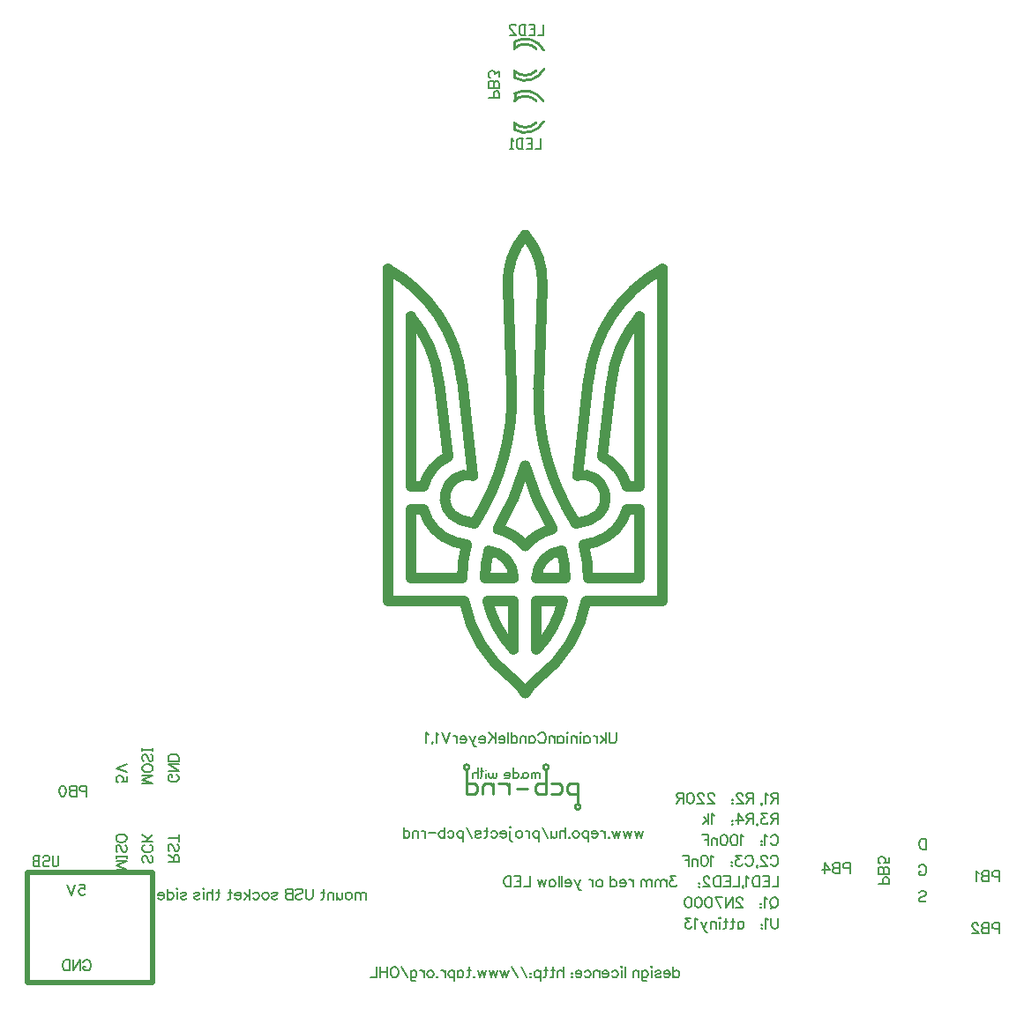
<source format=gbo>
G04 start of page 2 for group 12 layer_idx 5 *
G04 Title: (unknown), bottom_silk *
G04 Creator: pcb-rnd 3.1.4-dev *
G04 CreationDate: 2024-02-11 05:41:19 UTC *
G04 For: STEM4ukraine *
G04 Format: Gerber/RS-274X *
G04 PCB-Dimensions: 393701 393701 *
G04 PCB-Coordinate-Origin: lower left *
%MOIN*%
%FSLAX25Y25*%
%LNBOTTOM_SILK_NONE_12*%
%ADD60C,0.0070*%
%ADD59C,0.0200*%
%ADD58C,0.0100*%
%ADD57C,0.0400*%
G54D57*X177804Y175088D02*X172287Y176461D01*
X174723Y166850D02*X169932Y168115D01*
X173041Y154301D02*X153552D01*
Y180285D02*X158403D01*
X153552Y154301D02*Y180285D01*
X181702Y154301D02*X192529D01*
X215915Y175088D02*X221432Y176461D01*
X201190Y154301D02*X212017D01*
X153552Y188947D02*X158403D01*
X192529Y145640D02*Y127364D01*
X182655Y145640D02*X192529D01*
X201190D02*Y127364D01*
Y145640D02*X211064D01*
X144891D02*X173834Y145642D01*
G54D58*X178724Y73772D02*X177724Y72772D01*
X178724Y75772D02*X177724Y76772D01*
X178724Y75772D02*Y73772D01*
X174724Y76772D02*X177724D01*
G54D59*X56000Y43126D02*Y1394D01*
X8598Y43126D02*Y1394D01*
X56000D02*X8598D01*
Y43126D02*X56000D01*
G54D58*X174724Y72772D02*Y81772D01*
X177724Y72772D02*X174724D01*
X189724Y76772D02*X186724D01*
X190724Y75772D02*X189724Y76772D01*
X190724D02*Y72772D01*
X200724Y73772D02*X201724Y72772D01*
Y76772D02*X200724Y75772D01*
Y73772D02*Y75772D01*
X197724Y74772D02*X193724D01*
X213724Y76772D02*X212724Y75772D01*
X210724D02*X209724Y76772D01*
X210724Y75772D02*Y73772D01*
X213724Y72772D02*X212724Y73772D01*
X210724D02*X209724Y72772D01*
X212724Y75772D02*Y73772D01*
X213724Y72772D02*X216724D01*
Y76772D02*X213724D01*
X216724D02*Y68772D01*
X201724Y76772D02*X204724D01*
X209724D02*X206724D01*
X204724Y72772D02*X201724D01*
X209724D02*X206724D01*
X204724Y81772D02*Y72772D01*
X180724Y75772D02*X181724Y76772D01*
X180724Y75772D02*Y72772D01*
X183724Y76772D02*X181724D01*
X184724Y75772D02*X183724Y76772D01*
X184724D02*Y72772D01*
G54D57*X218996Y166850D02*X223786Y168115D01*
X216576Y193087D02*X220836Y229173D01*
X226112Y200193D02*X229426Y228183D01*
X240167Y253214D02*Y188947D01*
X248828Y271230D02*Y145640D01*
X190449Y264790D02*X191836Y226364D01*
X177142Y193087D02*X172883Y229173D01*
X167607Y200193D02*X164293Y228183D01*
X153552Y188947D02*Y253214D01*
X144891Y271230D02*Y145640D01*
X203270Y264790D02*X201883Y226364D01*
G54D58*X192845Y323899D02*Y326446D01*
Y343584D02*Y346131D01*
X192913Y337402D02*Y335039D01*
X192845Y357203D02*Y354656D01*
G54D57*X220678Y154301D02*X240167D01*
X235316Y180285D02*X240167D01*
X235316Y188947D02*X240167D01*
Y180285D02*Y154301D01*
X220678Y145640D02*X248828D01*
X220678Y154301D02*G75*G03X218996Y166850I-47638J0D01*G01*
X212017Y154301D02*G75*G03X210619Y164647I-38976J0D01*G01*
X181702Y154301D02*G75*G02X183100Y164647I38976J0D01*G01*
X192529Y154301D02*G75*G03X183084Y164651I-10394J0D01*G01*
X201190Y154301D02*G75*G02X210635Y164651I10394J0D01*G01*
X191917Y116325D02*G75*G02X173834Y145642I28761J37976D01*G01*
X192518Y127354D02*G75*G02X182675Y145644I28160J26947D01*G01*
X196853Y110731D02*G75*G03X191916Y116324I-15151J-8398D01*G01*
X201201Y127354D02*G75*G03X211043Y145644I-28160J26947D01*G01*
X196844Y166415D02*G75*G03X186552Y172837I-14709J-12113D01*G01*
X196875Y166415D02*G75*G02X207166Y172837I14709J-12113D01*G01*
X196866Y110731D02*G75*G02X201803Y116324I15151J-8398D01*G01*
X201801Y116325D02*G75*G03X219885Y145642I-28761J37976D01*G01*
G54D58*X205724Y82772D02*G75*G02X203724Y82772I-1000J0D01*G01*
G75*G02X205724Y82772I1000J0D01*G01*
X217724Y67772D02*G75*G02X215724Y67772I-1000J0D01*G01*
G75*G02X217724Y67772I1000J0D01*G01*
G54D57*X177770Y175110D02*G75*G03X191846Y226364I-76187J48482D01*G01*
X190449Y264790D02*G75*G02X196868Y284096I25899J2109D01*G01*
X203270Y264790D02*G75*G03X196851Y284096I-25899J2109D01*G01*
X186545Y172840D02*G75*G03X196868Y196850I-84961J50753D01*G01*
X207174Y172840D02*G75*G02X196850Y196850I84961J50753D01*G01*
X215948Y175110D02*G75*G02X201873Y226364I76187J48482D01*G01*
X240158Y253234D02*G75*G03X229441Y228181I34654J-29642D01*G01*
X235288Y188939D02*G75*G03X226110Y200184I-16775J-4323D01*G01*
X221432Y176461D02*G75*G03X216573Y193057I-2919J8155D01*G01*
X223786Y168115D02*G75*G03X235288Y180293I-5273J16501D01*G01*
X248828Y271230D02*G75*G03X220836Y229173I25984J-47638D01*G01*
G54D58*X192678Y334881D02*G75*G02X201022Y334881I4172J-4172D01*G01*
X192845Y337518D02*G75*G02X203660Y334714I4005J-6809D01*G01*
X192678Y354566D02*G75*G02X201022Y354566I4172J-4172D01*G01*
X201022Y346222D02*G75*G02X192678Y346222I-4172J4172D01*G01*
X193014Y357300D02*G75*G02X203916Y353927I3837J-6906D01*G01*
X203916Y346861D02*G75*G02X192845Y343584I-7066J3533D01*G01*
X201022Y326537D02*G75*G02X192678Y326537I-4172J4172D01*G01*
X203832Y327012D02*G75*G02X192845Y323899I-6982J3696D01*G01*
G54D57*X173041Y154301D02*G75*G02X174723Y166850I47638J0D01*G01*
G54D58*X175724Y82772D02*G75*G02X173724Y82772I-1000J0D01*G01*
G75*G02X175724Y82772I1000J0D01*G01*
G54D57*X169932Y168115D02*G75*G02X158431Y180293I5273J16501D01*G01*
X153561Y253234D02*G75*G02X164277Y228181I-34654J-29642D01*G01*
X158431Y188939D02*G75*G02X167609Y200184I16775J-4323D01*G01*
X144891Y271230D02*G75*G02X172883Y229173I-25984J-47638D01*G01*
X172287Y176461D02*G75*G02X177146Y193057I2919J8155D01*G01*
G54D60*X241339Y58691D02*X240578Y56025D01*
X239816Y58691D02*X240578Y56025D01*
X239816Y58691D02*X239053Y56025D01*
X238292Y58691D02*X239053Y56025D01*
X237092Y58691D02*X236331Y56025D01*
X235569Y58691D02*X236331Y56025D01*
X235569Y58691D02*X234806Y56025D01*
X234045Y58691D02*X234806Y56025D01*
X232845Y58691D02*X232084Y56025D01*
X231322Y58691D02*X232084Y56025D01*
X231322Y58691D02*X230559Y56025D01*
X229798Y58691D02*X230559Y56025D01*
X228408Y56324D02*X228598Y56133D01*
X228408Y55944D01*
X228218Y56133D01*
X228408Y56324D01*
X227018Y58691D02*Y56025D01*
Y57548D02*X226828Y58121D01*
X226446Y58501D01*
X226066Y58691D01*
X225494D01*
X224294Y57550D02*X222010D01*
Y57930D01*
X222200Y58311D01*
X222390Y58502D01*
X222771Y58691D01*
X223342D01*
X223724Y58502D01*
X224105Y58121D01*
X224294Y57550D01*
Y57168D01*
X224105Y56597D01*
X223724Y56216D01*
X223342Y56025D01*
X222771D01*
X222390Y56216D01*
X222010Y56597D01*
X220810Y58691D02*Y54691D01*
Y58121D02*X220429Y58501D01*
X220049Y58691D01*
X219477D01*
X219096Y58501D01*
X218715Y58121D01*
X218524Y57548D01*
Y57168D01*
X218715Y56596D01*
X219096Y56216D01*
X219477Y56025D01*
X220049D01*
X220429Y56216D01*
X220810Y56596D01*
X216372Y58691D02*X216754Y58502D01*
X217135Y58121D01*
X217324Y57550D01*
Y57168D01*
X217135Y56597D01*
X216754Y56216D01*
X216372Y56025D01*
X215801D01*
X215420Y56216D01*
X215040Y56597D01*
X214849Y57168D01*
Y57550D01*
X215040Y58121D01*
X215420Y58502D01*
X215801Y58691D01*
X216372D01*
X213459Y56324D02*X213649Y56133D01*
X213459Y55944D01*
X213269Y56133D01*
X213459Y56324D01*
X212069Y60024D02*Y56024D01*
Y57929D02*X211499Y58501D01*
X211117Y58691D01*
X210546D01*
X210165Y58501D01*
X209974Y57929D01*
Y56024D01*
X208774Y58691D02*Y56787D01*
X208584Y56216D01*
X208202Y56025D01*
X207631D01*
X207250Y56216D01*
X206679Y56787D01*
Y58691D02*Y56025D01*
X203228Y60024D02*X205479Y56024D01*
X202028Y58691D02*Y54691D01*
Y58121D02*X201647Y58501D01*
X201267Y58691D01*
X200695D01*
X200314Y58501D01*
X199933Y58121D01*
X199742Y57548D01*
Y57168D01*
X199933Y56596D01*
X200314Y56216D01*
X200695Y56025D01*
X201267D01*
X201647Y56216D01*
X202028Y56596D01*
X198542Y58691D02*Y56025D01*
Y57548D02*X198352Y58121D01*
X197970Y58501D01*
X197590Y58691D01*
X197018D01*
X194866D02*X195248Y58502D01*
X195629Y58121D01*
X195818Y57550D01*
Y57168D01*
X195629Y56597D01*
X195248Y56216D01*
X194866Y56025D01*
X194295D01*
X193914Y56216D01*
X193534Y56597D01*
X193343Y57168D01*
Y57550D01*
X193534Y58121D01*
X193914Y58502D01*
X194295Y58691D01*
X194866D01*
X191191Y58700D02*Y55463D01*
X191382Y54891D01*
X191763Y54701D01*
X192143D01*
X191382Y60034D02*X191191Y59843D01*
X191000Y60034D01*
X191191Y60224D01*
X191382Y60034D01*
X189800Y57550D02*X187516D01*
Y57930D01*
X187706Y58311D01*
X187896Y58502D01*
X188277Y58691D01*
X188848D01*
X189230Y58502D01*
X189611Y58121D01*
X189800Y57550D01*
Y57168D01*
X189611Y56597D01*
X189230Y56216D01*
X188848Y56025D01*
X188277D01*
X187896Y56216D01*
X187516Y56597D01*
X184030Y58121D02*X184412Y58502D01*
X184792Y58691D01*
X185364D01*
X185744Y58502D01*
X186126Y58121D01*
X186316Y57550D01*
Y57168D01*
X186126Y56597D01*
X185744Y56216D01*
X185364Y56025D01*
X184792D01*
X184412Y56216D01*
X184030Y56597D01*
X182258Y60024D02*Y56786D01*
X182069Y56215D01*
X181687Y56024D01*
X181306D01*
X182830Y58691D02*X181497D01*
X178012Y58121D02*X178202Y58501D01*
X178774Y58691D01*
X179345D01*
X179917Y58501D01*
X180106Y58121D01*
X179917Y57739D01*
X179536Y57548D01*
X178583Y57358D01*
X178202Y57168D01*
X178012Y56787D01*
Y56596D01*
X178202Y56216D01*
X178774Y56025D01*
X179345D01*
X179917Y56216D01*
X180106Y56596D01*
X174561Y60024D02*X176812Y56024D01*
X173360Y58691D02*Y54691D01*
Y58121D02*X172980Y58501D01*
X172600Y58691D01*
X172028D01*
X171646Y58501D01*
X171266Y58121D01*
X171074Y57548D01*
Y57168D01*
X171266Y56596D01*
X171646Y56216D01*
X172028Y56025D01*
X172600D01*
X172980Y56216D01*
X173360Y56596D01*
X167588Y58121D02*X167970Y58502D01*
X168350Y58691D01*
X168922D01*
X169302Y58502D01*
X169684Y58121D01*
X169874Y57550D01*
Y57168D01*
X169684Y56597D01*
X169302Y56216D01*
X168922Y56025D01*
X168350D01*
X167970Y56216D01*
X167588Y56597D01*
X166388Y60024D02*Y56024D01*
Y58120D02*X166007Y58501D01*
X165627Y58691D01*
X165055D01*
X164675Y58501D01*
X164293Y58120D01*
X164102Y57549D01*
Y57168D01*
X164293Y56597D01*
X164675Y56215D01*
X165055Y56024D01*
X165627D01*
X166007Y56215D01*
X166388Y56597D01*
X162902Y58024D02*X160402D01*
X159202Y58691D02*Y56025D01*
Y57548D02*X159012Y58121D01*
X158630Y58501D01*
X158250Y58691D01*
X157678D01*
X156478D02*Y56025D01*
Y57930D02*X155906Y58502D01*
X155526Y58691D01*
X154954D01*
X154574Y58502D01*
X154383Y57930D01*
Y56025D01*
X150899Y60024D02*Y56024D01*
Y58120D02*X151279Y58501D01*
X151660Y58691D01*
X152231D01*
X152613Y58501D01*
X152994Y58120D01*
X153183Y57549D01*
Y57168D01*
X152994Y56597D01*
X152613Y56215D01*
X152231Y56024D01*
X151660D01*
X151279Y56215D01*
X150899Y56597D01*
X252834Y7268D02*Y3268D01*
Y5364D02*X253214Y5745D01*
X253595Y5935D01*
X254166D01*
X254548Y5745D01*
X254929Y5364D01*
X255118Y4793D01*
Y4412D01*
X254929Y3841D01*
X254548Y3459D01*
X254166Y3268D01*
X253595D01*
X253214Y3459D01*
X252834Y3841D01*
X251634Y4794D02*X249350D01*
Y5174D01*
X249540Y5555D01*
X249730Y5746D01*
X250111Y5935D01*
X250682D01*
X251064Y5746D01*
X251445Y5365D01*
X251634Y4794D01*
Y4412D01*
X251445Y3841D01*
X251064Y3460D01*
X250682Y3269D01*
X250111D01*
X249730Y3460D01*
X249350Y3841D01*
X246056Y5365D02*X246246Y5745D01*
X246818Y5935D01*
X247389D01*
X247961Y5745D01*
X248150Y5365D01*
X247961Y4983D01*
X247580Y4792D01*
X246627Y4602D01*
X246246Y4412D01*
X246056Y4031D01*
Y3840D01*
X246246Y3460D01*
X246818Y3269D01*
X247389D01*
X247961Y3460D01*
X248150Y3840D01*
X244666Y5944D02*Y3278D01*
X244856Y7278D02*X244666Y7087D01*
X244475Y7278D01*
X244666Y7468D01*
X244856Y7278D01*
X240989Y5935D02*Y2889D01*
X241180Y2317D01*
X241371Y2126D01*
X241751Y1937D01*
X242323D01*
X242703Y2126D01*
X240989Y5365D02*X241371Y5746D01*
X241751Y5935D01*
X242323D01*
X242703Y5746D01*
X243085Y5365D01*
X243275Y4794D01*
Y4412D01*
X243085Y3841D01*
X242703Y3460D01*
X242323Y3269D01*
X241751D01*
X241371Y3460D01*
X240989Y3841D01*
X239789Y5935D02*Y3269D01*
Y5174D02*X239217Y5746D01*
X238837Y5935D01*
X238265D01*
X237885Y5746D01*
X237694Y5174D01*
Y3269D01*
X234694Y7268D02*Y3268D01*
X233304Y5944D02*Y3278D01*
X233494Y7278D02*X233304Y7087D01*
X233113Y7278D01*
X233304Y7468D01*
X233494Y7278D01*
X229627Y5365D02*X230009Y5746D01*
X230389Y5935D01*
X230961D01*
X231341Y5746D01*
X231723Y5365D01*
X231913Y4794D01*
Y4412D01*
X231723Y3841D01*
X231341Y3460D01*
X230961Y3269D01*
X230389D01*
X230009Y3460D01*
X229627Y3841D01*
X228427Y4794D02*X226143D01*
Y5174D01*
X226333Y5555D01*
X226523Y5746D01*
X226904Y5935D01*
X227475D01*
X227857Y5746D01*
X228238Y5365D01*
X228427Y4794D01*
Y4412D01*
X228238Y3841D01*
X227857Y3460D01*
X227475Y3269D01*
X226904D01*
X226523Y3460D01*
X226143Y3841D01*
X224943Y5935D02*Y3269D01*
Y5174D02*X224371Y5746D01*
X223991Y5935D01*
X223419D01*
X223039Y5746D01*
X222848Y5174D01*
Y3269D01*
X219362Y5365D02*X219744Y5746D01*
X220124Y5935D01*
X220696D01*
X221076Y5746D01*
X221458Y5365D01*
X221648Y4794D01*
Y4412D01*
X221458Y3841D01*
X221076Y3460D01*
X220696Y3269D01*
X220124D01*
X219744Y3460D01*
X219362Y3841D01*
X218162Y4794D02*X215878D01*
Y5174D01*
X216068Y5555D01*
X216258Y5746D01*
X216639Y5935D01*
X217210D01*
X217592Y5746D01*
X217973Y5365D01*
X218162Y4794D01*
Y4412D01*
X217973Y3841D01*
X217592Y3460D01*
X217210Y3269D01*
X216639D01*
X216258Y3460D01*
X215878Y3841D01*
X214488Y4868D02*X214678Y4677D01*
X214488Y4487D01*
X214298Y4677D01*
X214488Y4868D01*
Y3534D02*X214678Y3343D01*
X214488Y3154D01*
X214298Y3343D01*
X214488Y3534D01*
X211298Y7268D02*Y3268D01*
Y5173D02*X210728Y5745D01*
X210346Y5935D01*
X209775D01*
X209394Y5745D01*
X209203Y5173D01*
Y3268D01*
X207431Y7268D02*Y4030D01*
X207242Y3459D01*
X206860Y3268D01*
X206479D01*
X208003Y5935D02*X206670D01*
X204707Y7268D02*Y4030D01*
X204518Y3459D01*
X204136Y3268D01*
X203755D01*
X205279Y5935D02*X203946D01*
X202555D02*Y1935D01*
Y5365D02*X202174Y5745D01*
X201794Y5935D01*
X201222D01*
X200841Y5745D01*
X200460Y5365D01*
X200269Y4792D01*
Y4412D01*
X200460Y3840D01*
X200841Y3460D01*
X201222Y3269D01*
X201794D01*
X202174Y3460D01*
X202555Y3840D01*
X198879Y4868D02*X199069Y4677D01*
X198879Y4487D01*
X198689Y4677D01*
X198879Y4868D01*
Y3534D02*X199069Y3343D01*
X198879Y3154D01*
X198689Y3343D01*
X198879Y3534D01*
X195238Y7268D02*X197489Y3268D01*
X191787Y7268D02*X194038Y3268D01*
X190587Y5935D02*X189826Y3269D01*
X189064Y5935D02*X189826Y3269D01*
X189064Y5935D02*X188301Y3269D01*
X187540Y5935D02*X188301Y3269D01*
X186340Y5935D02*X185579Y3269D01*
X184817Y5935D02*X185579Y3269D01*
X184817Y5935D02*X184054Y3269D01*
X183293Y5935D02*X184054Y3269D01*
X182093Y5935D02*X181332Y3269D01*
X180570Y5935D02*X181332Y3269D01*
X180570Y5935D02*X179807Y3269D01*
X179046Y5935D02*X179807Y3269D01*
X177656Y3568D02*X177846Y3377D01*
X177656Y3188D01*
X177466Y3377D01*
X177656Y3568D01*
X175694Y7268D02*Y4030D01*
X175505Y3459D01*
X175123Y3268D01*
X174742D01*
X176266Y5935D02*X174933D01*
X171256D02*Y3269D01*
Y5365D02*X171638Y5746D01*
X172018Y5935D01*
X172590D01*
X172970Y5746D01*
X173352Y5365D01*
X173542Y4794D01*
Y4412D01*
X173352Y3841D01*
X172970Y3460D01*
X172590Y3269D01*
X172018D01*
X171638Y3460D01*
X171256Y3841D01*
X170056Y5935D02*Y1935D01*
Y5365D02*X169675Y5745D01*
X169295Y5935D01*
X168723D01*
X168342Y5745D01*
X167961Y5365D01*
X167770Y4792D01*
Y4412D01*
X167961Y3840D01*
X168342Y3460D01*
X168723Y3269D01*
X169295D01*
X169675Y3460D01*
X170056Y3840D01*
X166570Y5935D02*Y3269D01*
Y4792D02*X166380Y5365D01*
X165998Y5745D01*
X165618Y5935D01*
X165046D01*
X163656Y3568D02*X163846Y3377D01*
X163656Y3188D01*
X163466Y3377D01*
X163656Y3568D01*
X161314Y5935D02*X161696Y5746D01*
X162077Y5365D01*
X162266Y4794D01*
Y4412D01*
X162077Y3841D01*
X161696Y3460D01*
X161314Y3269D01*
X160743D01*
X160362Y3460D01*
X159982Y3841D01*
X159791Y4412D01*
Y4794D01*
X159982Y5365D01*
X160362Y5746D01*
X160743Y5935D01*
X161314D01*
X158591D02*Y3269D01*
Y4792D02*X158401Y5365D01*
X158019Y5745D01*
X157639Y5935D01*
X157067D01*
X153581D02*Y2889D01*
X153772Y2317D01*
X153963Y2126D01*
X154343Y1937D01*
X154915D01*
X155295Y2126D01*
X153581Y5365D02*X153963Y5746D01*
X154343Y5935D01*
X154915D01*
X155295Y5746D01*
X155677Y5365D01*
X155867Y4794D01*
Y4412D01*
X155677Y3841D01*
X155295Y3460D01*
X154915Y3269D01*
X154343D01*
X153963Y3460D01*
X153581Y3841D01*
X150130Y7268D02*X152381Y3268D01*
X147788Y7268D02*X148168Y7077D01*
X148550Y6696D01*
X148740Y6316D01*
X148930Y5744D01*
Y4792D01*
X148740Y4219D01*
Y4220D02*X148550Y3839D01*
X148168Y3459D01*
X147788Y3268D01*
X147025D01*
X146645Y3459D01*
X146264Y3839D01*
X146073Y4220D01*
X145884Y4792D01*
Y5744D01*
X146073Y6316D01*
X146264Y6696D01*
X146645Y7077D01*
X147025Y7268D01*
X147788D01*
X144684D02*Y3268D01*
X142017D02*Y7268D01*
X144684Y5363D02*X142017D01*
X140817Y7268D02*Y3268D01*
X138532D01*
X292520Y41520D02*Y37520D01*
X290235D01*
X289035Y41520D02*Y37520D01*
Y41520D02*X286559D01*
X289035Y39615D02*X287512D01*
X289035Y37520D02*X286559D01*
X285359Y41520D02*Y37520D01*
Y41520D02*X284025D01*
X283454Y41329D01*
X283073Y40948D01*
X282883Y40568D01*
X282693Y39996D01*
Y39043D01*
X282883Y38472D01*
X283073Y38091D01*
X283454Y37711D01*
X284025Y37520D01*
X285359D01*
X281493Y40759D02*X281113Y40949D01*
X280541Y41520D01*
Y37520D01*
X278960Y37629D02*X279150Y37440D01*
X279341Y37629D01*
X279150Y37820D01*
X278960Y37629D01*
Y37249D01*
X279341Y36868D01*
X277760Y41520D02*Y37520D01*
X275475D01*
X274275Y41520D02*Y37520D01*
Y41520D02*X271799D01*
X274275Y39615D02*X272752D01*
X274275Y37520D02*X271799D01*
X270599Y41520D02*Y37520D01*
Y41520D02*X269265D01*
X268694Y41329D01*
X268313Y40948D01*
X268123Y40568D01*
X267933Y39996D01*
Y39043D01*
X268123Y38472D01*
X268313Y38091D01*
X268694Y37711D01*
X269265Y37520D01*
X270599D01*
X266543Y40568D02*Y40759D01*
X266352Y41139D01*
X266163Y41330D01*
X265781Y41520D01*
X265020D01*
X264638Y41330D01*
X264448Y41139D01*
X264258Y40759D01*
Y40377D01*
X264448Y39996D01*
X264829Y39425D01*
X266733Y37520D01*
X264067D01*
X262677Y39120D02*X262867Y38929D01*
X262677Y38739D01*
X262487Y38929D01*
X262677Y39120D01*
Y37786D02*X262867Y37595D01*
X262677Y37406D01*
X262487Y37595D01*
X262677Y37786D01*
X253707Y41520D02*X251612D01*
X252755Y39996D01*
X252183D01*
X251803Y39807D01*
X251612Y39616D01*
X251421Y39044D01*
Y38664D01*
X251612Y38092D01*
X251992Y37711D01*
X252564Y37520D01*
X253135D01*
X253707Y37711D01*
X253897Y37902D01*
X254087Y38282D01*
X250221Y40187D02*Y37521D01*
Y39426D02*X249651Y39998D01*
X249269Y40187D01*
X248698D01*
X248317Y39998D01*
X248127Y39426D01*
Y37521D01*
Y39426D02*X247555Y39998D01*
X247175Y40187D01*
X246603D01*
X246223Y39998D01*
X246032Y39426D01*
Y37521D01*
X244832Y40187D02*Y37521D01*
Y39426D02*X244262Y39998D01*
X243880Y40187D01*
X243309D01*
X242928Y39998D01*
X242738Y39426D01*
Y37521D01*
Y39426D02*X242166Y39998D01*
X241786Y40187D01*
X241214D01*
X240834Y39998D01*
X240643Y39426D01*
Y37521D01*
X237643Y40187D02*Y37521D01*
Y39044D02*X237453Y39617D01*
X237071Y39997D01*
X236691Y40187D01*
X236119D01*
X234919Y39046D02*X232635D01*
Y39426D01*
X232825Y39807D01*
X233015Y39998D01*
X233396Y40187D01*
X233967D01*
X234349Y39998D01*
X234730Y39617D01*
X234919Y39046D01*
Y38664D01*
X234730Y38093D01*
X234349Y37712D01*
X233967Y37521D01*
X233396D01*
X233015Y37712D01*
X232635Y38093D01*
X229151Y41520D02*Y37520D01*
Y39616D02*X229531Y39997D01*
X229912Y40187D01*
X230483D01*
X230865Y39997D01*
X231246Y39616D01*
X231435Y39045D01*
Y38664D01*
X231246Y38093D01*
X230865Y37711D01*
X230483Y37520D01*
X229912D01*
X229531Y37711D01*
X229151Y38093D01*
X225199Y40187D02*X225581Y39998D01*
X225962Y39617D01*
X226151Y39046D01*
Y38664D01*
X225962Y38093D01*
X225581Y37712D01*
X225199Y37521D01*
X224628D01*
X224247Y37712D01*
X223867Y38093D01*
X223676Y38664D01*
Y39046D01*
X223867Y39617D01*
X224247Y39998D01*
X224628Y40187D01*
X225199D01*
X222476D02*Y37521D01*
Y39044D02*X222286Y39617D01*
X221904Y39997D01*
X221524Y40187D01*
X220952D01*
X217762D02*X216619Y37521D01*
X215476Y40187D02*X216619Y37521D01*
X217000Y36760D01*
X217380Y36378D01*
X217762Y36187D01*
X217952D01*
X214276Y39046D02*X211992D01*
Y39426D01*
X212182Y39807D01*
X212372Y39998D01*
X212753Y40187D01*
X213324D01*
X213706Y39998D01*
X214087Y39617D01*
X214276Y39046D01*
Y38664D01*
X214087Y38093D01*
X213706Y37712D01*
X213324Y37521D01*
X212753D01*
X212372Y37712D01*
X211992Y38093D01*
X210792Y41520D02*Y37520D01*
X209592Y41520D02*Y37520D01*
X207440Y40187D02*X207822Y39998D01*
X208203Y39617D01*
X208392Y39046D01*
Y38664D01*
X208203Y38093D01*
X207822Y37712D01*
X207440Y37521D01*
X206869D01*
X206488Y37712D01*
X206108Y38093D01*
X205917Y38664D01*
Y39046D01*
X206108Y39617D01*
X206488Y39998D01*
X206869Y40187D01*
X207440D01*
X204717D02*X203956Y37521D01*
X203194Y40187D02*X203956Y37521D01*
X203194Y40187D02*X202431Y37521D01*
X201670Y40187D02*X202431Y37521D01*
X198670Y41520D02*Y37520D01*
X196385D01*
X195185Y41520D02*Y37520D01*
Y41520D02*X192709D01*
X195185Y39615D02*X193662D01*
X195185Y37520D02*X192709D01*
X191509Y41520D02*Y37520D01*
Y41520D02*X190175D01*
X189604Y41329D01*
X189223Y40948D01*
X189033Y40568D01*
X188843Y39996D01*
Y39043D01*
X189033Y38472D01*
X189223Y38091D01*
X189604Y37711D01*
X190175Y37520D01*
X191509D01*
X289663Y48442D02*X289854Y48822D01*
X290235Y49203D01*
X290615Y49394D01*
X291378D01*
X291758Y49203D01*
X292140Y48822D01*
X292330Y48442D01*
X292520Y47870D01*
Y46917D01*
X292330Y46346D01*
X292140Y45965D01*
X291758Y45585D01*
X291378Y45394D01*
X290615D01*
X290235Y45585D01*
X289854Y45965D01*
X289663Y46346D01*
X288273Y48442D02*Y48633D01*
X288082Y49013D01*
X287893Y49204D01*
X287511Y49394D01*
X286750D01*
X286368Y49204D01*
X286178Y49013D01*
X285988Y48633D01*
Y48251D01*
X286178Y47870D01*
X286559Y47299D01*
X288463Y45394D01*
X285797D01*
X284216Y45503D02*X284406Y45314D01*
X284597Y45503D01*
X284406Y45694D01*
X284216Y45503D01*
Y45123D01*
X284597Y44742D01*
X280159Y48442D02*X280350Y48822D01*
X280731Y49203D01*
X281111Y49394D01*
X281874D01*
X282254Y49203D01*
X282636Y48822D01*
X282826Y48442D01*
X283016Y47870D01*
Y46917D01*
X282826Y46346D01*
X282636Y45965D01*
X282254Y45585D01*
X281874Y45394D01*
X281111D01*
X280731Y45585D01*
X280350Y45965D01*
X280159Y46346D01*
X278579Y49394D02*X276484D01*
X277627Y47870D01*
X277055D01*
X276675Y47681D01*
X276484Y47490D01*
X276293Y46918D01*
Y46538D01*
X276484Y45966D01*
X276864Y45585D01*
X277436Y45394D01*
X278007D01*
X278579Y45585D01*
X278769Y45776D01*
X278959Y46156D01*
X274903Y46994D02*X275093Y46803D01*
X274903Y46613D01*
X274713Y46803D01*
X274903Y46994D01*
Y45660D02*X275093Y45469D01*
X274903Y45280D01*
X274713Y45469D01*
X274903Y45660D01*
X268113Y48633D02*X267733Y48823D01*
X267161Y49394D01*
Y45394D01*
X264818Y49394D02*X265389Y49204D01*
X265771Y48633D01*
X265961Y47681D01*
Y47109D01*
X265771Y46156D01*
X265389Y45585D01*
X264818Y45394D01*
X264437D01*
X263866Y45585D01*
X263485Y46156D01*
X263294Y47109D01*
Y47681D01*
X263485Y48633D01*
X263866Y49204D01*
X264437Y49394D01*
X264818D01*
X262094Y48061D02*Y45395D01*
Y47300D02*X261522Y47872D01*
X261142Y48061D01*
X260570D01*
X260190Y47872D01*
X259999Y47300D01*
Y45395D01*
X258799Y49394D02*Y45394D01*
Y49394D02*X256324D01*
X258799Y47489D02*X257276D01*
X291378Y33646D02*X291758Y33455D01*
X292140Y33074D01*
X292330Y32694D01*
X292520Y32122D01*
Y31170D01*
X292330Y30598D01*
X292140Y30217D01*
X291758Y29837D01*
X291378Y29646D01*
X290615D01*
X290235Y29837D01*
X289854Y30217D01*
X289663Y30598D01*
X289473Y31170D01*
Y32122D01*
X289663Y32694D01*
X289854Y33074D01*
X290235Y33455D01*
X290615Y33646D01*
X291378D01*
X290806Y30408D02*X289663Y29265D01*
X288273Y32885D02*X287893Y33075D01*
X287321Y33646D01*
Y29646D01*
X285931Y31246D02*X286121Y31055D01*
X285931Y30865D01*
X285741Y31055D01*
X285931Y31246D01*
Y29912D02*X286121Y29721D01*
X285931Y29532D01*
X285741Y29721D01*
X285931Y29912D01*
X278951Y32694D02*Y32885D01*
X278760Y33265D01*
X278571Y33456D01*
X278189Y33646D01*
X277428D01*
X277046Y33456D01*
X276856Y33265D01*
X276666Y32885D01*
Y32503D01*
X276856Y32122D01*
X277237Y31551D01*
X279141Y29646D01*
X276475D01*
X275275Y33646D02*Y29646D01*
Y33646D02*X272609Y29646D01*
Y33646D02*Y29646D01*
X268743Y33646D02*X270648Y29646D01*
X271409Y33646D02*X268743D01*
X266400D02*X266971Y33456D01*
X267353Y32885D01*
X267543Y31933D01*
Y31361D01*
X267353Y30408D01*
X266971Y29837D01*
X266400Y29646D01*
X266019D01*
X265448Y29837D01*
X265067Y30408D01*
X264876Y31361D01*
Y31933D01*
X265067Y32885D01*
X265448Y33456D01*
X266019Y33646D01*
X266400D01*
X262533D02*X263104Y33456D01*
X263486Y32885D01*
X263676Y31933D01*
Y31361D01*
X263486Y30408D01*
X263104Y29837D01*
X262533Y29646D01*
X262152D01*
X261581Y29837D01*
X261200Y30408D01*
X261009Y31361D01*
Y31933D01*
X261200Y32885D01*
X261581Y33456D01*
X262152Y33646D01*
X262533D01*
X258666D02*X259237Y33456D01*
X259619Y32885D01*
X259809Y31933D01*
Y31361D01*
X259619Y30408D01*
X259237Y29837D01*
X258666Y29646D01*
X258285D01*
X257714Y29837D01*
X257333Y30408D01*
X257142Y31361D01*
Y31933D01*
X257333Y32885D01*
X257714Y33456D01*
X258285Y33646D01*
X258666D01*
X292520Y25772D02*Y22915D01*
X292329Y22343D01*
X291949Y21963D01*
X291377Y21772D01*
X290997D01*
X290425Y21963D01*
X290044Y22343D01*
X289854Y22915D01*
Y25772D01*
X288654Y25011D02*X288274Y25201D01*
X287702Y25772D01*
Y21772D01*
X286312Y23372D02*X286502Y23181D01*
X286312Y22991D01*
X286122Y23181D01*
X286312Y23372D01*
Y22038D02*X286502Y21847D01*
X286312Y21658D01*
X286122Y21847D01*
X286312Y22038D01*
X277236Y24439D02*Y21773D01*
Y23869D02*X277618Y24250D01*
X277998Y24439D01*
X278570D01*
X278950Y24250D01*
X279332Y23869D01*
X279522Y23298D01*
Y22916D01*
X279332Y22345D01*
X278950Y21964D01*
X278570Y21773D01*
X277998D01*
X277618Y21964D01*
X277236Y22345D01*
X275464Y25772D02*Y22534D01*
X275275Y21963D01*
X274893Y21772D01*
X274512D01*
X276036Y24439D02*X274703D01*
X272740Y25772D02*Y22534D01*
X272551Y21963D01*
X272169Y21772D01*
X271788D01*
X273312Y24439D02*X271979D01*
X270398Y24448D02*Y21782D01*
X270588Y25782D02*X270398Y25591D01*
X270207Y25782D01*
X270398Y25972D01*
X270588Y25782D01*
X269007Y24439D02*Y21773D01*
Y23678D02*X268435Y24250D01*
X268055Y24439D01*
X267483D01*
X267103Y24250D01*
X266912Y23678D01*
Y21773D01*
X265522Y24439D02*X264379Y21773D01*
X263236Y24439D02*X264379Y21773D01*
X264760Y21012D01*
X265140Y20630D01*
X265522Y20439D01*
X265712D01*
X262036Y25011D02*X261656Y25201D01*
X261084Y25772D01*
Y21772D01*
X259504Y25772D02*X257409D01*
X258552Y24248D01*
X257980D01*
X257600Y24059D01*
X257409Y23868D01*
X257218Y23296D01*
Y22916D01*
X257409Y22344D01*
X257789Y21963D01*
X258361Y21772D01*
X258932D01*
X259504Y21963D01*
X259694Y22154D01*
X259884Y22534D01*
X289663Y56316D02*X289854Y56696D01*
X290235Y57077D01*
X290615Y57268D01*
X291378D01*
X291758Y57077D01*
X292140Y56696D01*
X292330Y56316D01*
X292520Y55744D01*
Y54791D01*
X292330Y54220D01*
X292140Y53839D01*
X291758Y53459D01*
X291378Y53268D01*
X290615D01*
X290235Y53459D01*
X289854Y53839D01*
X289663Y54220D01*
X288463Y56507D02*X288083Y56697D01*
X287511Y57268D01*
Y53268D01*
X286121Y54868D02*X286311Y54677D01*
X286121Y54487D01*
X285931Y54677D01*
X286121Y54868D01*
Y53534D02*X286311Y53343D01*
X286121Y53154D01*
X285931Y53343D01*
X286121Y53534D01*
X279331Y56507D02*X278951Y56697D01*
X278379Y57268D01*
Y53268D01*
X276036Y57268D02*X276607Y57078D01*
X276989Y56507D01*
X277179Y55555D01*
Y54983D01*
X276989Y54030D01*
X276607Y53459D01*
X276036Y53268D01*
X275655D01*
X275084Y53459D01*
X274703Y54030D01*
X274512Y54983D01*
Y55555D01*
X274703Y56507D01*
X275084Y57078D01*
X275655Y57268D01*
X276036D01*
X272169D02*X272740Y57078D01*
X273122Y56507D01*
X273312Y55555D01*
Y54983D01*
X273122Y54030D01*
X272740Y53459D01*
X272169Y53268D01*
X271788D01*
X271217Y53459D01*
X270836Y54030D01*
X270645Y54983D01*
Y55555D01*
X270836Y56507D01*
X271217Y57078D01*
X271788Y57268D01*
X272169D01*
X269445Y55935D02*Y53269D01*
Y55174D02*X268873Y55746D01*
X268493Y55935D01*
X267921D01*
X267541Y55746D01*
X267350Y55174D01*
Y53269D01*
X266150Y57268D02*Y53268D01*
Y57268D02*X263675D01*
X266150Y55363D02*X264627D01*
X292520Y65142D02*Y61142D01*
Y65142D02*X290806D01*
X290235Y64951D01*
X290044Y64761D01*
X289854Y64380D01*
Y63999D01*
X290044Y63618D01*
X290235Y63428D01*
X290806Y63237D01*
X292520D01*
X291187D02*X289854Y61142D01*
X288274Y65142D02*X286179D01*
X287322Y63618D01*
X286750D01*
X286370Y63429D01*
X286179Y63238D01*
X285988Y62666D01*
Y62286D01*
X286179Y61714D01*
X286559Y61333D01*
X287131Y61142D01*
X287702D01*
X288274Y61333D01*
X288464Y61524D01*
X288654Y61904D01*
X284407Y61251D02*X284597Y61062D01*
X284788Y61251D01*
X284597Y61442D01*
X284407Y61251D01*
Y60871D01*
X284788Y60490D01*
X283207Y65142D02*Y61142D01*
Y65142D02*X281493D01*
X280922Y64951D01*
X280731Y64761D01*
X280541Y64380D01*
Y63999D01*
X280731Y63618D01*
X280922Y63428D01*
X281493Y63237D01*
X283207D01*
X281874D02*X280541Y61142D01*
X277437Y65142D02*X279341Y62476D01*
X276485D01*
X277437Y65142D02*Y61142D01*
X275095Y62742D02*X275285Y62551D01*
X275095Y62361D01*
X274905Y62551D01*
X275095Y62742D01*
Y61408D02*X275285Y61217D01*
X275095Y61028D01*
X274905Y61217D01*
X275095Y61408D01*
X268305Y64381D02*X267925Y64571D01*
X267353Y65142D01*
Y61142D01*
X266153Y65142D02*Y61142D01*
X264249Y63809D02*X266153Y61904D01*
X265392Y62667D02*X264058Y61142D01*
X292520Y73016D02*Y69016D01*
Y73016D02*X290806D01*
X290235Y72825D01*
X290044Y72635D01*
X289854Y72254D01*
Y71873D01*
X290044Y71492D01*
X290235Y71302D01*
X290806Y71111D01*
X292520D01*
X291187D02*X289854Y69016D01*
X288654Y72255D02*X288274Y72445D01*
X287702Y73016D01*
Y69016D01*
X286121Y69125D02*X286311Y68936D01*
X286502Y69125D01*
X286311Y69316D01*
X286121Y69125D01*
Y68745D01*
X286502Y68364D01*
X283121Y73016D02*Y69016D01*
Y73016D02*X281407D01*
X280836Y72825D01*
X280645Y72635D01*
X280455Y72254D01*
Y71873D01*
X280645Y71492D01*
X280836Y71302D01*
X281407Y71111D01*
X283121D01*
X281788D02*X280455Y69016D01*
X279065Y72064D02*Y72255D01*
X278874Y72635D01*
X278685Y72826D01*
X278303Y73016D01*
X277542D01*
X277160Y72826D01*
X276970Y72635D01*
X276780Y72255D01*
Y71873D01*
X276970Y71492D01*
X277351Y70921D01*
X279255Y69016D01*
X276589D01*
X275199Y70616D02*X275389Y70425D01*
X275199Y70235D01*
X275009Y70425D01*
X275199Y70616D01*
Y69282D02*X275389Y69091D01*
X275199Y68902D01*
X275009Y69091D01*
X275199Y69282D01*
X268219Y72064D02*Y72255D01*
X268028Y72635D01*
X267839Y72826D01*
X267457Y73016D01*
X266696D01*
X266314Y72826D01*
X266124Y72635D01*
X265934Y72255D01*
Y71873D01*
X266124Y71492D01*
X266505Y70921D01*
X268409Y69016D01*
X265743D01*
X264353Y72064D02*Y72255D01*
X264162Y72635D01*
X263973Y72826D01*
X263591Y73016D01*
X262830D01*
X262448Y72826D01*
X262258Y72635D01*
X262068Y72255D01*
Y71873D01*
X262258Y71492D01*
X262639Y70921D01*
X264543Y69016D01*
X261877D01*
X259534Y73016D02*X260105Y72826D01*
X260487Y72255D01*
X260677Y71303D01*
Y70731D01*
X260487Y69778D01*
X260105Y69207D01*
X259534Y69016D01*
X259153D01*
X258582Y69207D01*
X258201Y69778D01*
X258010Y70731D01*
Y71303D01*
X258201Y72255D01*
X258582Y72826D01*
X259153Y73016D01*
X259534D01*
X256810D02*Y69016D01*
Y73016D02*X255096D01*
X254525Y72825D01*
X254334Y72635D01*
X254144Y72254D01*
Y71873D01*
X254334Y71492D01*
X254525Y71302D01*
X255096Y71111D01*
X256810D01*
X255477D02*X254144Y69016D01*
X345568Y44898D02*X345759Y45278D01*
X346139Y45659D01*
X346520Y45850D01*
X347282D01*
X347663Y45659D01*
X348044Y45278D01*
X348234Y44898D01*
X348425Y44326D01*
Y43373D01*
X348234Y42802D01*
X348044Y42421D01*
X347663Y42041D01*
X347282Y41850D01*
X346520D01*
X346139Y42041D01*
X345759Y42421D01*
X345568Y42802D01*
Y43373D01*
X346520D02*X345568D01*
X348425Y55693D02*Y51693D01*
Y55693D02*X347091D01*
X346520Y55502D01*
X346139Y55121D01*
X345949Y54741D01*
X345759Y54169D01*
Y53216D01*
X345949Y52645D01*
X346139Y52264D01*
X346520Y51884D01*
X347091Y51693D01*
X348425D01*
X345759Y35239D02*X346140Y35620D01*
X346711Y35811D01*
X347473D01*
X348045Y35620D01*
X348425Y35239D01*
Y34859D01*
X348236Y34477D01*
X348045Y34287D01*
X347663Y34097D01*
X346520Y33716D01*
X346140Y33525D01*
X345950Y33335D01*
X345759Y32954D01*
Y32382D01*
X346140Y32002D01*
X346711Y31811D01*
X347473D01*
X348045Y32002D01*
X348425Y32382D01*
X375984Y43488D02*Y39488D01*
Y43488D02*X374270D01*
X373699Y43297D01*
X373508Y43107D01*
X373318Y42726D01*
Y42154D01*
X373508Y41774D01*
X373699Y41583D01*
X374270Y41393D01*
X375984D01*
X372118Y43488D02*Y39488D01*
Y43488D02*X370404D01*
X369833Y43297D01*
X369642Y43107D01*
X369452Y42725D01*
Y42345D01*
X369642Y41964D01*
X369833Y41773D01*
X370404Y41583D01*
X372118D02*X370404D01*
X369833Y41393D01*
X369642Y41202D01*
X369452Y40821D01*
Y40250D01*
X369642Y39868D01*
X369833Y39679D01*
X370404Y39488D01*
X372118D01*
X368252Y42727D02*X367872Y42917D01*
X367300Y43488D01*
Y39488D01*
X375984Y23803D02*Y19803D01*
Y23803D02*X374270D01*
X373699Y23612D01*
X373508Y23422D01*
X373318Y23041D01*
Y22469D01*
X373508Y22089D01*
X373699Y21898D01*
X374270Y21708D01*
X375984D01*
X372118Y23803D02*Y19803D01*
Y23803D02*X370404D01*
X369833Y23612D01*
X369642Y23422D01*
X369452Y23040D01*
Y22660D01*
X369642Y22279D01*
X369833Y22088D01*
X370404Y21898D01*
X372118D02*X370404D01*
X369833Y21708D01*
X369642Y21517D01*
X369452Y21136D01*
Y20565D01*
X369642Y20183D01*
X369833Y19994D01*
X370404Y19803D01*
X372118D01*
X368062Y22851D02*Y23042D01*
X367871Y23422D01*
X367682Y23613D01*
X367300Y23803D01*
X366539D01*
X366157Y23613D01*
X365967Y23422D01*
X365777Y23042D01*
Y22660D01*
X365967Y22279D01*
X366348Y21708D01*
X368252Y19803D01*
X365586D01*
X319685Y46638D02*Y42638D01*
Y46638D02*X317971D01*
X317400Y46447D01*
X317209Y46257D01*
X317019Y45876D01*
Y45304D01*
X317209Y44924D01*
X317400Y44733D01*
X317971Y44543D01*
X319685D01*
X315819Y46638D02*Y42638D01*
Y46638D02*X314105D01*
X313534Y46447D01*
X313343Y46257D01*
X313153Y45875D01*
Y45495D01*
X313343Y45114D01*
X313534Y44923D01*
X314105Y44733D01*
X315819D02*X314105D01*
X313534Y44543D01*
X313343Y44352D01*
X313153Y43971D01*
Y43400D01*
X313343Y43018D01*
X313534Y42829D01*
X314105Y42638D01*
X315819D01*
X310049Y46638D02*X311953Y43972D01*
X309097D01*
X310049Y46638D02*Y42638D01*
X334236Y38583D02*X330236D01*
X334236D02*Y40297D01*
X334045Y40868D01*
X333855Y41059D01*
X333474Y41249D01*
X332902D01*
X332522Y41059D01*
X332331Y40868D01*
X332141Y40297D01*
Y38583D01*
X334236Y42449D02*X330236D01*
X334236D02*Y44163D01*
X334045Y44734D01*
X333855Y44925D01*
X333473Y45115D01*
X333093D01*
X332712Y44925D01*
X332521Y44734D01*
X332331Y44163D01*
Y42449D02*Y44163D01*
X332141Y44734D01*
X331950Y44925D01*
X331569Y45115D01*
X330998D01*
X330616Y44925D01*
X330427Y44734D01*
X330236Y44163D01*
Y42449D01*
X334236Y48601D02*Y46696D01*
X332523Y46505D01*
X332712Y46696D01*
X332903Y47267D01*
Y47839D01*
X332712Y48410D01*
X332332Y48791D01*
X331760Y48982D01*
X331380D01*
X330808Y48791D01*
X330427Y48410D01*
X330236Y47839D01*
Y47267D01*
X330427Y46696D01*
X330618Y46505D01*
X330998Y46315D01*
X186992Y335827D02*X182992D01*
X186992D02*Y337541D01*
X186801Y338112D01*
X186611Y338303D01*
X186230Y338493D01*
X185658D01*
X185278Y338303D01*
X185087Y338112D01*
X184897Y337541D01*
Y335827D01*
X186992Y339693D02*X182992D01*
X186992D02*Y341407D01*
X186801Y341978D01*
X186611Y342169D01*
X186229Y342359D01*
X185849D01*
X185468Y342169D01*
X185277Y341978D01*
X185087Y341407D01*
Y339693D02*Y341407D01*
X184897Y341978D01*
X184706Y342169D01*
X184325Y342359D01*
X183754D01*
X183372Y342169D01*
X183183Y341978D01*
X182992Y341407D01*
Y339693D01*
X186992Y343939D02*Y346034D01*
X185468Y344891D01*
Y345463D01*
X185279Y345843D01*
X185088Y346034D01*
X184516Y346225D01*
X184136D01*
X183564Y346034D01*
X183183Y345654D01*
X182992Y345082D01*
Y344511D01*
X183183Y343939D01*
X183374Y343749D01*
X183754Y343559D01*
X202598Y320543D02*Y316543D01*
X200598D01*
X199398Y318743D02*X197898D01*
X199398Y316543D02*X197398D01*
X199398Y320543D02*Y316543D01*
Y320543D02*X197398D01*
X195698D02*Y316543D01*
X194398Y320543D02*X193698Y319843D01*
Y317243D01*
X194398Y316543D02*X193698Y317243D01*
X196198Y316543D02*X194398D01*
X196198Y320543D02*X194398D01*
X192498Y319743D02*X191698Y320543D01*
Y316543D01*
X192498D02*X190998D01*
X203583Y363654D02*Y359654D01*
X201583D01*
X200383Y361854D02*X198883D01*
X200383Y359654D02*X198383D01*
X200383Y363654D02*Y359654D01*
Y363654D02*X198383D01*
X196683D02*Y359654D01*
X195383Y363654D02*X194683Y362954D01*
Y360354D01*
X195383Y359654D02*X194683Y360354D01*
X197183Y359654D02*X195383D01*
X197183Y363654D02*X195383D01*
X193483Y363154D02*X192983Y363654D01*
X191483D01*
X190983Y363154D01*
Y362154D01*
X193483Y359654D02*X190983Y362154D01*
X193483Y359654D02*X190983D01*
X202224Y80272D02*Y78772D01*
Y80272D02*X201724Y80772D01*
X201224D01*
X200724Y80272D01*
Y78772D01*
Y80272D02*X200224Y80772D01*
X199724D01*
X199224Y80272D01*
Y78772D01*
X202724Y80772D02*X202224Y80272D01*
X196524Y80772D02*X196024Y80272D01*
X197524Y80772D02*X196524D01*
X198024Y80272D02*X197524Y80772D01*
X198024Y80272D02*Y79272D01*
X197524Y78772D01*
X196024Y80772D02*Y79272D01*
X195524Y78772D01*
X197524D02*X196524D01*
X196024Y79272D01*
X192324Y82772D02*Y78772D01*
X192824D02*X192324Y79272D01*
X193824Y78772D02*X192824D01*
X194324Y79272D02*X193824Y78772D01*
X194324Y80272D02*Y79272D01*
Y80272D02*X193824Y80772D01*
X192824D01*
X192324Y80272D01*
X190624Y78772D02*X189124D01*
X191124Y79272D02*X190624Y78772D01*
X191124Y80272D02*Y79272D01*
Y80272D02*X190624Y80772D01*
X189624D01*
X189124Y80272D01*
X191124Y79772D02*X189124D01*
Y80272D01*
X186124Y80772D02*Y79272D01*
X185624Y78772D01*
X185124D01*
X184624Y79272D01*
Y80772D02*Y79272D01*
X184124Y78772D01*
X183624D01*
X183124Y79272D01*
Y80772D02*Y79272D01*
X181924Y81772D02*Y81672D01*
Y80272D02*Y78772D01*
X180424Y82772D02*Y79272D01*
X179924Y78772D01*
X180924Y81272D02*X179924D01*
X178924Y82772D02*Y78772D01*
Y80272D02*X178424Y80772D01*
X177424D01*
X176924Y80272D01*
Y78772D01*
X231299Y95850D02*Y92993D01*
X231108Y92421D01*
X230728Y92041D01*
X230156Y91850D01*
X229776D01*
X229204Y92041D01*
X228823Y92421D01*
X228633Y92993D01*
Y95850D01*
X227433D02*Y91850D01*
X225529Y94517D02*X227433Y92612D01*
X226672Y93375D02*X225338Y91850D01*
X224138Y94517D02*Y91851D01*
Y93374D02*X223948Y93947D01*
X223566Y94327D01*
X223186Y94517D01*
X222614D01*
X219128D02*Y91851D01*
Y93947D02*X219510Y94328D01*
X219890Y94517D01*
X220462D01*
X220842Y94328D01*
X221224Y93947D01*
X221414Y93376D01*
Y92994D01*
X221224Y92423D01*
X220842Y92042D01*
X220462Y91851D01*
X219890D01*
X219510Y92042D01*
X219128Y92423D01*
X217738Y94526D02*Y91860D01*
X217928Y95860D02*X217738Y95669D01*
X217547Y95860D01*
X217738Y96050D01*
X217928Y95860D01*
X216347Y94517D02*Y91851D01*
Y93756D02*X215775Y94328D01*
X215395Y94517D01*
X214823D01*
X214443Y94328D01*
X214252Y93756D01*
Y91851D01*
X212862Y94526D02*Y91860D01*
X213052Y95860D02*X212862Y95669D01*
X212671Y95860D01*
X212862Y96050D01*
X213052Y95860D01*
X209185Y94517D02*Y91851D01*
Y93947D02*X209567Y94328D01*
X209947Y94517D01*
X210519D01*
X210899Y94328D01*
X211281Y93947D01*
X211471Y93376D01*
Y92994D01*
X211281Y92423D01*
X210899Y92042D01*
X210519Y91851D01*
X209947D01*
X209567Y92042D01*
X209185Y92423D01*
X207985Y94517D02*Y91851D01*
Y93756D02*X207413Y94328D01*
X207033Y94517D01*
X206461D01*
X206081Y94328D01*
X205890Y93756D01*
Y91851D01*
X201833Y94898D02*X202024Y95278D01*
X202405Y95659D01*
X202785Y95850D01*
X203548D01*
X203928Y95659D01*
X204310Y95278D01*
X204500Y94898D01*
X204690Y94326D01*
Y93373D01*
X204500Y92802D01*
X204310Y92421D01*
X203928Y92041D01*
X203548Y91850D01*
X202785D01*
X202405Y92041D01*
X202024Y92421D01*
X201833Y92802D01*
X198347Y94517D02*Y91851D01*
Y93947D02*X198729Y94328D01*
X199109Y94517D01*
X199681D01*
X200061Y94328D01*
X200443Y93947D01*
X200633Y93376D01*
Y92994D01*
X200443Y92423D01*
X200061Y92042D01*
X199681Y91851D01*
X199109D01*
X198729Y92042D01*
X198347Y92423D01*
X197147Y94517D02*Y91851D01*
Y93756D02*X196575Y94328D01*
X196195Y94517D01*
X195623D01*
X195243Y94328D01*
X195052Y93756D01*
Y91851D01*
X191568Y95850D02*Y91850D01*
Y93946D02*X191948Y94327D01*
X192329Y94517D01*
X192900D01*
X193282Y94327D01*
X193663Y93946D01*
X193852Y93375D01*
Y92994D01*
X193663Y92423D01*
X193282Y92041D01*
X192900Y91850D01*
X192329D01*
X191948Y92041D01*
X191568Y92423D01*
X190368Y95850D02*Y91850D01*
X189168Y93376D02*X186884D01*
Y93756D01*
X187074Y94137D01*
X187264Y94328D01*
X187645Y94517D01*
X188216D01*
X188598Y94328D01*
X188979Y93947D01*
X189168Y93376D01*
Y92994D01*
X188979Y92423D01*
X188598Y92042D01*
X188216Y91851D01*
X187645D01*
X187264Y92042D01*
X186884Y92423D01*
X185684Y95850D02*Y91850D01*
X183018Y95850D02*X185684Y93183D01*
X184732Y94135D02*X183018Y91850D01*
X181818Y93376D02*X179534D01*
Y93756D01*
X179724Y94137D01*
X179914Y94328D01*
X180295Y94517D01*
X180866D01*
X181248Y94328D01*
X181629Y93947D01*
X181818Y93376D01*
Y92994D01*
X181629Y92423D01*
X181248Y92042D01*
X180866Y91851D01*
X180295D01*
X179914Y92042D01*
X179534Y92423D01*
X178144Y94517D02*X177001Y91851D01*
X175858Y94517D02*X177001Y91851D01*
X177382Y91090D01*
X177762Y90708D01*
X178144Y90517D01*
X178334D01*
X174658Y93376D02*X172374D01*
Y93756D01*
X172564Y94137D01*
X172754Y94328D01*
X173135Y94517D01*
X173706D01*
X174088Y94328D01*
X174469Y93947D01*
X174658Y93376D01*
Y92994D01*
X174469Y92423D01*
X174088Y92042D01*
X173706Y91851D01*
X173135D01*
X172754Y92042D01*
X172374Y92423D01*
X171174Y94517D02*Y91851D01*
Y93374D02*X170984Y93947D01*
X170602Y94327D01*
X170222Y94517D01*
X169650D01*
X168450Y95850D02*X166927Y91850D01*
X165402Y95850D02*X166927Y91850D01*
X164202Y95089D02*X163822Y95279D01*
X163250Y95850D01*
Y91850D01*
X161860Y92150D02*X162050Y91959D01*
X161860Y91770D01*
X161670Y91959D01*
X161860Y92150D01*
X160470Y95089D02*X160090Y95279D01*
X159518Y95850D01*
Y91850D01*
X56087Y76575D02*X52087D01*
X56087D02*X52087Y78098D01*
X56087Y79623D02*X52087Y78098D01*
X56087Y79623D02*X52087D01*
X56087Y81965D02*X55896Y81585D01*
X55515Y81203D01*
X55135Y81013D01*
X54563Y80823D01*
X53611D01*
X53038Y81013D01*
X53039D02*X52658Y81203D01*
X52278Y81585D01*
X52087Y81965D01*
Y82728D01*
X52278Y83108D01*
X52658Y83489D01*
X53039Y83680D01*
X53611Y83869D01*
X54563D01*
X55135Y83680D01*
X55515Y83489D01*
X55896Y83108D01*
X56087Y82728D01*
Y81965D01*
X55515Y87735D02*X55896Y87354D01*
X56087Y86783D01*
Y86021D01*
X55896Y85449D01*
X55515Y85069D01*
X55135D01*
X54753Y85258D01*
X54563Y85449D01*
X54373Y85831D01*
X53992Y86974D01*
X53801Y87354D01*
X53611Y87544D01*
X53230Y87735D01*
X52658D01*
X52278Y87354D01*
X52087Y86783D01*
Y86021D01*
X52278Y85449D01*
X52658Y85069D01*
X56087Y88935D02*Y89935D01*
Y89435D02*X52087D01*
Y88935D02*Y89935D01*
X28423Y38370D02*X30328D01*
X30519Y36657D01*
X30328Y36846D01*
X29757Y37037D01*
X29185D01*
X28614Y36846D01*
X28233Y36466D01*
X28042Y35894D01*
Y35514D01*
X28233Y34942D01*
X28614Y34561D01*
X29185Y34370D01*
X29757D01*
X30328Y34561D01*
X30519Y34752D01*
X30709Y35132D01*
X26842Y38370D02*X25319Y34370D01*
X23794Y38370D02*X25319Y34370D01*
X65929Y47047D02*X61929D01*
X65929D02*Y48761D01*
X65738Y49332D01*
X65548Y49523D01*
X65167Y49713D01*
X64786D01*
X64405Y49523D01*
X64215Y49332D01*
X64024Y48761D01*
Y47047D01*
Y48380D02*X61929Y49713D01*
X65357Y53579D02*X65738Y53198D01*
X65929Y52627D01*
Y51865D01*
X65738Y51293D01*
X65357Y50913D01*
X64977D01*
X64595Y51102D01*
X64405Y51293D01*
X64215Y51675D01*
X63834Y52818D01*
X63643Y53198D01*
X63453Y53388D01*
X63072Y53579D01*
X62500D01*
X62120Y53198D01*
X61929Y52627D01*
Y51865D01*
X62120Y51293D01*
X62500Y50913D01*
X65929Y56112D02*X61929D01*
X65929Y54779D02*Y57445D01*
X46244Y44094D02*X42244D01*
X46244D02*X42244Y45617D01*
X46244Y47142D02*X42244Y45617D01*
X46244Y47142D02*X42244D01*
X46244Y48342D02*Y49342D01*
Y48842D02*X42244D01*
Y48342D02*Y49342D01*
X45672Y53208D02*X46053Y52827D01*
X46244Y52256D01*
Y51494D01*
X46053Y50922D01*
X45672Y50542D01*
X45292D01*
X44910Y50731D01*
X44720Y50922D01*
X44530Y51304D01*
X44149Y52447D01*
X43958Y52827D01*
X43768Y53017D01*
X43387Y53208D01*
X42815D01*
X42435Y52827D01*
X42244Y52256D01*
Y51494D01*
X42435Y50922D01*
X42815Y50542D01*
X46244Y55550D02*X46053Y55171D01*
X45672Y54788D01*
X45292Y54598D01*
X44720Y54408D01*
X43768D01*
X43195Y54598D01*
X43196D02*X42815Y54788D01*
X42435Y55171D01*
X42244Y55550D01*
Y56314D01*
X42435Y56693D01*
X42815Y57074D01*
X43196Y57266D01*
X43768Y57454D01*
X44720D01*
X45292Y57266D01*
X45672Y57074D01*
X46053Y56693D01*
X46244Y56314D01*
Y55550D01*
X55515Y49320D02*X55896Y48939D01*
X56087Y48368D01*
Y47606D01*
X55896Y47034D01*
X55515Y46654D01*
X55135D01*
X54753Y46843D01*
X54563Y47034D01*
X54373Y47416D01*
X53992Y48559D01*
X53801Y48939D01*
X53611Y49129D01*
X53230Y49320D01*
X52658D01*
X52278Y48939D01*
X52087Y48368D01*
Y47606D01*
X52278Y47034D01*
X52658Y46654D01*
X55135Y53377D02*X55515Y53186D01*
X55896Y52805D01*
X56087Y52425D01*
Y51662D01*
X55896Y51282D01*
X55515Y50900D01*
X55135Y50710D01*
X54563Y50520D01*
X53610D01*
X53039Y50710D01*
X52658Y50900D01*
X52278Y51282D01*
X52087Y51662D01*
Y52425D01*
X52278Y52805D01*
X52658Y53186D01*
X53039Y53377D01*
X56087Y54577D02*X52087D01*
X56087Y57243D02*X53420Y54577D01*
X54372Y55529D02*X52087Y57243D01*
X31102Y75772D02*Y71772D01*
Y75772D02*X29388D01*
X28817Y75581D01*
X28626Y75391D01*
X28436Y75010D01*
Y74438D01*
X28626Y74058D01*
X28817Y73867D01*
X29388Y73677D01*
X31102D01*
X27236Y75772D02*Y71772D01*
Y75772D02*X25522D01*
X24951Y75581D01*
X24760Y75391D01*
X24570Y75009D01*
Y74629D01*
X24760Y74248D01*
X24951Y74057D01*
X25522Y73867D01*
X27236D02*X25522D01*
X24951Y73677D01*
X24760Y73486D01*
X24570Y73105D01*
Y72534D01*
X24760Y72152D01*
X24951Y71963D01*
X25522Y71772D01*
X27236D01*
X22227Y75772D02*X22798Y75582D01*
X23180Y75011D01*
X23370Y74059D01*
Y73487D01*
X23180Y72534D01*
X22798Y71963D01*
X22227Y71772D01*
X21846D01*
X21275Y71963D01*
X20894Y72534D01*
X20703Y73487D01*
Y74059D01*
X20894Y75011D01*
X21275Y75582D01*
X21846Y75772D01*
X22227D01*
X20299Y49264D02*Y45764D01*
X19799Y45264D01*
X18799D01*
X18299Y45764D01*
Y49264D02*Y45764D01*
X15099Y49264D02*X14599Y48764D01*
X16599Y49264D02*X15099D01*
X17099Y48764D02*X16599Y49264D01*
X17099Y48764D02*Y47764D01*
X16599Y47264D01*
X15099D01*
X14599Y46764D01*
Y45764D01*
X15099Y45264D02*X14599Y45764D01*
X16599Y45264D02*X15099D01*
X17099Y45764D02*X16599Y45264D01*
X13399D02*X11399D01*
X10899Y45764D01*
Y46964D02*Y45764D01*
X11399Y47464D02*X10899Y46964D01*
X12899Y47464D02*X11399D01*
X12899Y49264D02*Y45264D01*
X13399Y49264D02*X11399D01*
X10899Y48764D01*
Y47964D01*
X11399Y47464D02*X10899Y47964D01*
X64977Y80022D02*X65357Y79831D01*
X65738Y79451D01*
X65929Y79070D01*
Y78308D01*
X65738Y77927D01*
X65357Y77546D01*
X64977Y77356D01*
X64405Y77165D01*
X63452D01*
X62881Y77356D01*
X62500Y77546D01*
X62120Y77927D01*
X61929Y78308D01*
Y79070D01*
X62120Y79451D01*
X62500Y79831D01*
X62881Y80022D01*
X63452D01*
Y79070D02*Y80022D01*
X65929Y81222D02*X61929D01*
X65929D02*X61929Y83888D01*
X65929D02*X61929D01*
X65929Y85088D02*X61929D01*
X65929D02*Y86422D01*
X65738Y86993D01*
X65357Y87374D01*
X64977Y87564D01*
X64405Y87754D01*
X63452D01*
X62881Y87564D01*
X62500Y87374D01*
X62120Y86993D01*
X61929Y86422D01*
Y85088D01*
X46244Y79255D02*Y77350D01*
X44531Y77159D01*
X44720Y77350D01*
X44911Y77921D01*
Y78493D01*
X44720Y79064D01*
X44340Y79445D01*
X43768Y79636D01*
X43388D01*
X42816Y79445D01*
X42435Y79064D01*
X42244Y78493D01*
Y77921D01*
X42435Y77350D01*
X42626Y77159D01*
X43006Y76969D01*
X46244Y80836D02*X42244Y82359D01*
X46244Y83884D02*X42244Y82359D01*
X29820Y8875D02*X30011Y9255D01*
X30391Y9636D01*
X30772Y9827D01*
X31534D01*
X31915Y9636D01*
X32296Y9255D01*
X32486Y8875D01*
X32677Y8303D01*
Y7350D01*
X32486Y6779D01*
X32296Y6398D01*
X31915Y6018D01*
X31534Y5827D01*
X30772D01*
X30391Y6018D01*
X30011Y6398D01*
X29820Y6779D01*
Y7350D01*
X30772D02*X29820D01*
X28620Y9827D02*Y5827D01*
Y9827D02*X25954Y5827D01*
Y9827D02*Y5827D01*
X24754Y9827D02*Y5827D01*
Y9827D02*X23420D01*
X22849Y9636D01*
X22468Y9255D01*
X22278Y8875D01*
X22088Y8303D01*
Y7350D01*
X22278Y6779D01*
X22468Y6398D01*
X22849Y6018D01*
X23420Y5827D01*
X24754D01*
X136811Y35462D02*Y32796D01*
Y34701D02*X136241Y35273D01*
X135859Y35462D01*
X135288D01*
X134907Y35273D01*
X134717Y34701D01*
Y32796D01*
Y34701D02*X134145Y35273D01*
X133765Y35462D01*
X133193D01*
X132813Y35273D01*
X132622Y34701D01*
Y32796D01*
X130470Y35462D02*X130852Y35273D01*
X131233Y34892D01*
X131422Y34321D01*
Y33939D01*
X131233Y33368D01*
X130852Y32987D01*
X130470Y32796D01*
X129899D01*
X129518Y32987D01*
X129138Y33368D01*
X128947Y33939D01*
Y34321D01*
X129138Y34892D01*
X129518Y35273D01*
X129899Y35462D01*
X130470D01*
X127747D02*Y33558D01*
X127557Y32987D01*
X127175Y32796D01*
X126604D01*
X126223Y32987D01*
X125652Y33558D01*
Y35462D02*Y32796D01*
X124452Y35462D02*Y32796D01*
Y34701D02*X123880Y35273D01*
X123500Y35462D01*
X122928D01*
X122548Y35273D01*
X122357Y34701D01*
Y32796D01*
X120585Y36795D02*Y33557D01*
X120396Y32986D01*
X120014Y32795D01*
X119633D01*
X121157Y35462D02*X119824D01*
X116633Y36795D02*Y33938D01*
X116442Y33366D01*
X116062Y32986D01*
X115490Y32795D01*
X115110D01*
X114538Y32986D01*
X114157Y33366D01*
X113967Y33938D01*
Y36795D01*
X110101Y36223D02*X110482Y36604D01*
X111053Y36795D01*
X111815D01*
X112387Y36604D01*
X112767Y36223D01*
Y35843D01*
X112578Y35461D01*
X112387Y35271D01*
X112005Y35081D01*
X110862Y34700D01*
X110482Y34509D01*
X110292Y34319D01*
X110101Y33938D01*
Y33366D01*
X110482Y32986D01*
X111053Y32795D01*
X111815D01*
X112387Y32986D01*
X112767Y33366D01*
X108901Y36795D02*Y32795D01*
Y36795D02*X107187D01*
X106616Y36604D01*
X106425Y36414D01*
X106235Y36032D01*
Y35652D01*
X106425Y35271D01*
X106616Y35080D01*
X107187Y34890D01*
X108901D02*X107187D01*
X106616Y34700D01*
X106425Y34509D01*
X106235Y34128D01*
Y33557D01*
X106425Y33175D01*
X106616Y32986D01*
X107187Y32795D01*
X108901D01*
X101141Y34892D02*X101331Y35272D01*
X101903Y35462D01*
X102474D01*
X103046Y35272D01*
X103235Y34892D01*
X103046Y34510D01*
X102665Y34319D01*
X101712Y34129D01*
X101331Y33939D01*
X101141Y33558D01*
Y33367D01*
X101331Y32987D01*
X101903Y32796D01*
X102474D01*
X103046Y32987D01*
X103235Y33367D01*
X98989Y35462D02*X99371Y35273D01*
X99752Y34892D01*
X99941Y34321D01*
Y33939D01*
X99752Y33368D01*
X99371Y32987D01*
X98989Y32796D01*
X98418D01*
X98037Y32987D01*
X97657Y33368D01*
X97466Y33939D01*
Y34321D01*
X97657Y34892D01*
X98037Y35273D01*
X98418Y35462D01*
X98989D01*
X93980Y34892D02*X94362Y35273D01*
X94742Y35462D01*
X95314D01*
X95694Y35273D01*
X96076Y34892D01*
X96266Y34321D01*
Y33939D01*
X96076Y33368D01*
X95694Y32987D01*
X95314Y32796D01*
X94742D01*
X94362Y32987D01*
X93980Y33368D01*
X92780Y36795D02*Y32795D01*
X90876Y35462D02*X92780Y33557D01*
X92019Y34320D02*X90685Y32795D01*
X89485Y34321D02*X87201D01*
Y34701D01*
X87391Y35082D01*
X87581Y35273D01*
X87962Y35462D01*
X88533D01*
X88915Y35273D01*
X89296Y34892D01*
X89485Y34321D01*
Y33939D01*
X89296Y33368D01*
X88915Y32987D01*
X88533Y32796D01*
X87962D01*
X87581Y32987D01*
X87201Y33368D01*
X85429Y36795D02*Y33557D01*
X85240Y32986D01*
X84858Y32795D01*
X84477D01*
X86001Y35462D02*X84668D01*
X80905Y36795D02*Y33557D01*
X80716Y32986D01*
X80334Y32795D01*
X79953D01*
X81477Y35462D02*X80144D01*
X78753Y36795D02*Y32795D01*
Y34700D02*X78183Y35272D01*
X77801Y35462D01*
X77230D01*
X76849Y35272D01*
X76658Y34700D01*
Y32795D01*
X75268Y35471D02*Y32805D01*
X75458Y36805D02*X75268Y36614D01*
X75077Y36805D01*
X75268Y36995D01*
X75458Y36805D01*
X71783Y34892D02*X71973Y35272D01*
X72545Y35462D01*
X73116D01*
X73688Y35272D01*
X73877Y34892D01*
X73688Y34510D01*
X73307Y34319D01*
X72354Y34129D01*
X71973Y33939D01*
X71783Y33558D01*
Y33367D01*
X71973Y32987D01*
X72545Y32796D01*
X73116D01*
X73688Y32987D01*
X73877Y33367D01*
X66689Y34892D02*X66879Y35272D01*
X67451Y35462D01*
X68022D01*
X68594Y35272D01*
X68783Y34892D01*
X68594Y34510D01*
X68213Y34319D01*
X67260Y34129D01*
X66879Y33939D01*
X66689Y33558D01*
Y33367D01*
X66879Y32987D01*
X67451Y32796D01*
X68022D01*
X68594Y32987D01*
X68783Y33367D01*
X65299Y35471D02*Y32805D01*
X65489Y36805D02*X65299Y36614D01*
X65108Y36805D01*
X65299Y36995D01*
X65489Y36805D01*
X61624Y36795D02*Y32795D01*
Y34891D02*X62004Y35272D01*
X62385Y35462D01*
X62956D01*
X63338Y35272D01*
X63719Y34891D01*
X63908Y34320D01*
Y33939D01*
X63719Y33368D01*
X63338Y32986D01*
X62956Y32795D01*
X62385D01*
X62004Y32986D01*
X61624Y33368D01*
X60424Y34321D02*X58140D01*
Y34701D01*
X58330Y35082D01*
X58520Y35273D01*
X58901Y35462D01*
X59472D01*
X59854Y35273D01*
X60235Y34892D01*
X60424Y34321D01*
Y33939D01*
X60235Y33368D01*
X59854Y32987D01*
X59472Y32796D01*
X58901D01*
X58520Y32987D01*
X58140Y33368D01*
M02*

</source>
